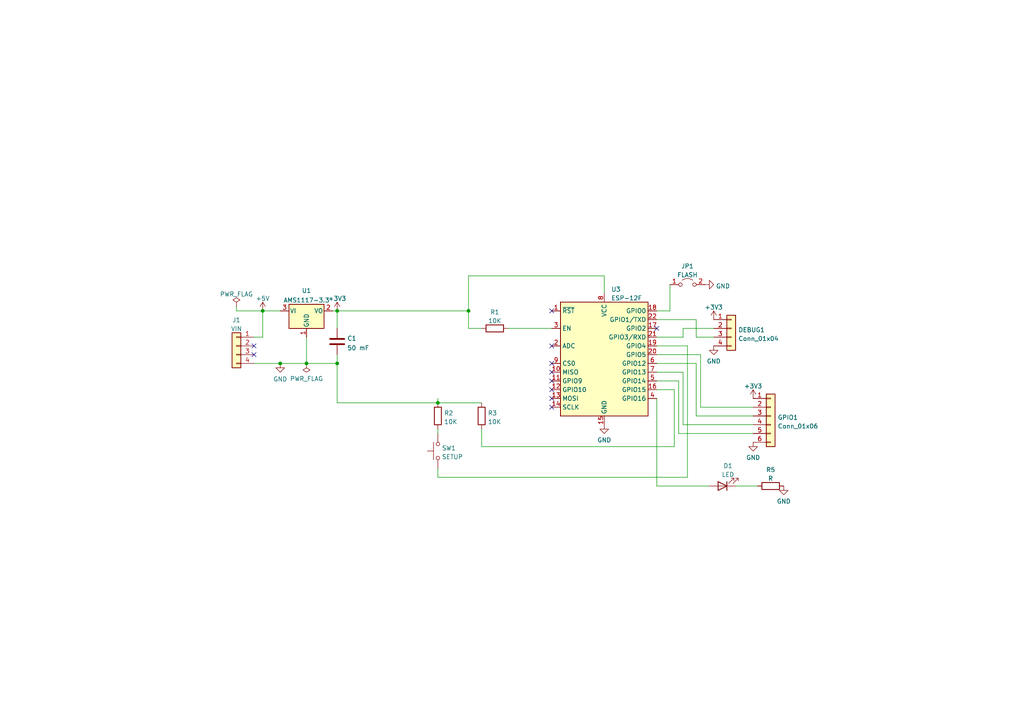
<source format=kicad_sch>
(kicad_sch (version 20231120) (generator "eeschema") (generator_version "8.0")
  (paper "A4")
  (lib_symbols
    (symbol "Connector_Generic:Conn_01x04" (pin_names (offset 1.016) hide)
      (property "Reference" "J" (at 0 5.08 0))
      (property "Value" "Conn_01x04" (at 0 -7.62 0))
      (symbol "Conn_01x04_1_1"
        (rectangle (start -1.27 -4.953) (end 0 -5.207) (stroke (width 0.1524)))
        (rectangle (start -1.27 -2.413) (end 0 -2.667) (stroke (width 0.1524)))
        (rectangle (start -1.27 0.127) (end 0 -0.127) (stroke (width 0.1524)))
        (rectangle (start -1.27 2.667) (end 0 2.413) (stroke (width 0.1524)))
        (rectangle (start -1.27 3.81) (end 1.27 -6.35) (stroke (width 0.254)) (fill (type background)))
        (pin passive line (at -5.08 2.54 0) (length 3.81) (name "Pin_1") (number "1"))
        (pin passive line (at -5.08 0 0) (length 3.81) (name "Pin_2") (number "2"))
        (pin passive line (at -5.08 -2.54 0) (length 3.81) (name "Pin_3") (number "3"))
        (pin passive line (at -5.08 -5.08 0) (length 3.81) (name "Pin_4") (number "4"))
      )
    )
    (symbol "Connector_Generic:Conn_01x06" (pin_names (offset 1.016) hide)
      (property "Reference" "J" (at 0 7.62 0))
      (property "Value" "Conn_01x06" (at 0 -10.16 0))
      (symbol "Conn_01x06_1_1"
        (rectangle (start -1.27 -7.493) (end 0 -7.747) (stroke (width 0.1524)))
        (rectangle (start -1.27 -4.953) (end 0 -5.207) (stroke (width 0.1524)))
        (rectangle (start -1.27 -2.413) (end 0 -2.667) (stroke (width 0.1524)))
        (rectangle (start -1.27 0.127) (end 0 -0.127) (stroke (width 0.1524)))
        (rectangle (start -1.27 2.667) (end 0 2.413) (stroke (width 0.1524)))
        (rectangle (start -1.27 5.207) (end 0 4.953) (stroke (width 0.1524)))
        (rectangle (start -1.27 6.35) (end 1.27 -8.89) (stroke (width 0.254)) (fill (type background)))
        (pin passive line (at -5.08 5.08 0) (length 3.81) (name "Pin_1") (number "1"))
        (pin passive line (at -5.08 2.54 0) (length 3.81) (name "Pin_2") (number "2"))
        (pin passive line (at -5.08 0 0) (length 3.81) (name "Pin_3") (number "3"))
        (pin passive line (at -5.08 -2.54 0) (length 3.81) (name "Pin_4") (number "4"))
        (pin passive line (at -5.08 -5.08 0) (length 3.81) (name "Pin_5") (number "5"))
        (pin passive line (at -5.08 -7.62 0) (length 3.81) (name "Pin_6") (number "6"))
      )
    )
    (symbol "Device:C" (pin_numbers hide) (pin_names (offset 0.254))
      (property "Reference" "C" (at 0.635 2.54 0))
      (property "Value" "C" (at 0.635 -2.54 0))
      (symbol "C_0_1"
        (polyline (pts (xy -2.032 -0.762) (xy 2.032 -0.762)) (stroke (width 0.508)))
        (polyline (pts (xy -2.032 0.762) (xy 2.032 0.762)) (stroke (width 0.508)))
      )
      (symbol "C_1_1"
        (pin passive line (at 0 3.81 270) (length 2.794) (name "~") (number "1"))
        (pin passive line (at 0 -3.81 90) (length 2.794) (name "~") (number "2"))
      )
    )
    (symbol "Device:LED" (pin_numbers hide) (pin_names (offset 1.016) hide)
      (property "Reference" "D" (at 0 2.54 0))
      (property "Value" "LED" (at 0 -2.54 0))
      (symbol "LED_0_1"
        (polyline (pts (xy -1.27 -1.27) (xy -1.27 1.27)) (stroke (width 0.254)))
        (polyline (pts (xy -1.27 0) (xy 1.27 0)))
        (polyline (pts (xy 1.27 -1.27) (xy 1.27 1.27) (xy -1.27 0) (xy 1.27 -1.27)) (stroke (width 0.254)))
        (polyline (pts (xy -3.048 -0.762) (xy -4.572 -2.286) (xy -3.81 -2.286) (xy -4.572 -2.286) (xy -4.572 -1.524)))
        (polyline (pts (xy -1.778 -0.762) (xy -3.302 -2.286) (xy -2.54 -2.286) (xy -3.302 -2.286) (xy -3.302 -1.524)))
      )
      (symbol "LED_1_1"
        (pin passive line (at -3.81 0 0) (length 2.54) (name "K") (number "1"))
        (pin passive line (at 3.81 0 180) (length 2.54) (name "A") (number "2"))
      )
    )
    (symbol "Device:R" (pin_numbers hide) (pin_names (offset 0))
      (property "Reference" "R" (at 2.032 0 90))
      (property "Value" "R" (at 0 0 90))
      (symbol "R_0_1"
        (rectangle (start -1.016 -2.54) (end 1.016 2.54) (stroke (width 0.254)))
      )
      (symbol "R_1_1"
        (pin passive line (at 0 3.81 270) (length 1.27) (name "~") (number "1"))
        (pin passive line (at 0 -3.81 90) (length 1.27) (name "~") (number "2"))
      )
    )
    (symbol "Jumper:Jumper_2_Open" (pin_names (offset 0) hide)
      (property "Reference" "JP" (at 0 2.794 0))
      (property "Value" "Jumper_2_Open" (at 0 -2.286 0))
      (symbol "Jumper_2_Open_0_0"
        (circle (center -2.032 0) (radius 0.508))
        (circle (center 2.032 0) (radius 0.508))
      )
      (symbol "Jumper_2_Open_0_1"
        (arc (start 1.524 1.27) (mid 0 1.778) (end -1.524 1.27))
      )
      (symbol "Jumper_2_Open_1_1"
        (pin passive line (at -5.08 0 0) (length 2.54) (name "A") (number "1"))
        (pin passive line (at 5.08 0 180) (length 2.54) (name "B") (number "2"))
      )
    )
    (symbol "RF_Module:ESP-12F"
      (property "Reference" "U" (at -12.7 19.05 0))
      (property "Value" "ESP-12F" (at 12.7 19.05 0))
      (symbol "ESP-12F_0_1"
        (rectangle (start -12.7 17.78) (end 12.7 -15.24) (stroke (width 0.254)) (fill (type background)))
      )
      (symbol "ESP-12F_1_1"
        (pin input line (at -15.24 15.24 0) (length 2.54) (name "~{RST}") (number "1"))
        (pin bidirectional line (at -15.24 -2.54 0) (length 2.54) (name "MISO") (number "10"))
        (pin bidirectional line (at -15.24 -5.08 0) (length 2.54) (name "GPIO9") (number "11"))
        (pin bidirectional line (at -15.24 -7.62 0) (length 2.54) (name "GPIO10") (number "12"))
        (pin bidirectional line (at -15.24 -10.16 0) (length 2.54) (name "MOSI") (number "13"))
        (pin bidirectional line (at -15.24 -12.7 0) (length 2.54) (name "SCLK") (number "14"))
        (pin power_in line (at 0 -17.78 90) (length 2.54) (name "GND") (number "15"))
        (pin bidirectional line (at 15.24 -7.62 180) (length 2.54) (name "GPIO15") (number "16"))
        (pin bidirectional line (at 15.24 10.16 180) (length 2.54) (name "GPIO2") (number "17"))
        (pin bidirectional line (at 15.24 15.24 180) (length 2.54) (name "GPIO0") (number "18"))
        (pin bidirectional line (at 15.24 5.08 180) (length 2.54) (name "GPIO4") (number "19"))
        (pin input line (at -15.24 5.08 0) (length 2.54) (name "ADC") (number "2"))
        (pin bidirectional line (at 15.24 2.54 180) (length 2.54) (name "GPIO5") (number "20"))
        (pin bidirectional line (at 15.24 7.62 180) (length 2.54) (name "GPIO3/RXD") (number "21"))
        (pin bidirectional line (at 15.24 12.7 180) (length 2.54) (name "GPIO1/TXD") (number "22"))
        (pin input line (at -15.24 10.16 0) (length 2.54) (name "EN") (number "3"))
        (pin bidirectional line (at 15.24 -10.16 180) (length 2.54) (name "GPIO16") (number "4"))
        (pin bidirectional line (at 15.24 -5.08 180) (length 2.54) (name "GPIO14") (number "5"))
        (pin bidirectional line (at 15.24 0 180) (length 2.54) (name "GPIO12") (number "6"))
        (pin bidirectional line (at 15.24 -2.54 180) (length 2.54) (name "GPIO13") (number "7"))
        (pin power_in line (at 0 20.32 270) (length 2.54) (name "VCC") (number "8"))
        (pin input line (at -15.24 0 0) (length 2.54) (name "CS0") (number "9"))
      )
    )
    (symbol "Regulator_Linear:AMS1117-3.3" (pin_names (offset 0.254))
      (property "Reference" "U" (at -3.81 3.175 0))
      (property "Value" "AMS1117-3.3" (at 0 3.175 0))
      (symbol "AMS1117-3.3_0_1"
        (rectangle (start -5.08 -5.08) (end 5.08 1.905) (stroke (width 0.254)) (fill (type background)))
      )
      (symbol "AMS1117-3.3_1_1"
        (pin power_in line (at 0 -7.62 90) (length 2.54) (name "GND") (number "1"))
        (pin power_out line (at 7.62 0 180) (length 2.54) (name "VO") (number "2"))
        (pin power_in line (at -7.62 0 0) (length 2.54) (name "VI") (number "3"))
      )
    )
    (symbol "Switch:SW_Push" (pin_numbers hide) (pin_names (offset 1.016) hide)
      (property "Reference" "SW" (at 1.27 2.54 0))
      (property "Value" "SW_Push" (at 0 -1.524 0))
      (symbol "SW_Push_0_1"
        (circle (center -2.032 0) (radius 0.508))
        (polyline (pts (xy 0 1.27) (xy 0 3.048)))
        (polyline (pts (xy 2.54 1.27) (xy -2.54 1.27)))
        (circle (center 2.032 0) (radius 0.508))
        (pin passive line (at -5.08 0 0) (length 2.54) (name "1") (number "1"))
        (pin passive line (at 5.08 0 180) (length 2.54) (name "2") (number "2"))
      )
    )
    (symbol "power:+3V3" (power) (pin_names (offset 0))
      (property "Value" "+3V3" (at 0 3.556 0))
      (symbol "+3V3_0_1"
        (polyline (pts (xy -0.762 1.27) (xy 0 2.54)))
        (polyline (pts (xy 0 0) (xy 0 2.54)))
        (polyline (pts (xy 0 2.54) (xy 0.762 1.27)))
      )
      (symbol "+3V3_1_1"
        (pin power_in line (at 0 0 90) (length 0) hide (name "+3V3") (number "1"))
      )
    )
    (symbol "power:+5V" (power) (pin_names (offset 0))
      (property "Value" "+5V" (at 0 3.556 0))
      (symbol "+5V_0_1"
        (polyline (pts (xy -0.762 1.27) (xy 0 2.54)))
        (polyline (pts (xy 0 0) (xy 0 2.54)))
        (polyline (pts (xy 0 2.54) (xy 0.762 1.27)))
      )
      (symbol "+5V_1_1"
        (pin power_in line (at 0 0 90) (length 0) hide (name "+5V") (number "1"))
      )
    )
    (symbol "power:GND" (power) (pin_names (offset 0))
      (property "Value" "GND" (at 0 -3.81 0))
      (symbol "GND_0_1"
        (polyline (pts (xy 0 0) (xy 0 -1.27) (xy 1.27 -1.27) (xy 0 -2.54) (xy -1.27 -1.27) (xy 0 -1.27)))
      )
      (symbol "GND_1_1"
        (pin power_in line (at 0 0 270) (length 0) hide (name "GND") (number "1"))
      )
    )
    (symbol "power:PWR_FLAG" (power) (pin_numbers hide) (pin_names (offset 0) hide)
      (property "Value" "PWR_FLAG" (at 0 3.81 0))
      (symbol "PWR_FLAG_0_0"
        (pin power_out line (at 0 0 90) (length 0) (name "pwr") (number "1"))
      )
      (symbol "PWR_FLAG_0_1"
        (polyline (pts (xy 0 0) (xy 0 1.27) (xy -1.016 1.905) (xy 0 2.54) (xy 1.016 1.905) (xy 0 1.27)))
      )
    )
  )
  (junction (at 97.79 105.41))
  (junction (at 81.28 105.41))
  (junction (at 88.9 105.41))
  (junction (at 135.89 90.17))
  (junction (at 97.79 90.17))
  (junction (at 76.2 90.17))
  (junction (at 127 116.84))
  (no_connect (at 160.02 100.33))
  (no_connect (at 160.02 90.17))
  (no_connect (at 160.02 113.03))
  (no_connect (at 160.02 107.95))
  (no_connect (at 190.5 95.25))
  (no_connect (at 160.02 115.57))
  (no_connect (at 160.02 118.11))
  (no_connect (at 73.66 102.87))
  (no_connect (at 160.02 110.49))
  (no_connect (at 160.02 105.41))
  (no_connect (at 73.66 100.33))
  (wire (pts (xy 139.7 124.46) (xy 139.7 129.54)))
  (wire (pts (xy 190.5 110.49) (xy 196.85 110.49)))
  (wire (pts (xy 190.5 107.95) (xy 198.12 107.95)))
  (wire (pts (xy 199.39 100.33) (xy 190.5 100.33)))
  (wire (pts (xy 213.36 140.97) (xy 219.71 140.97)))
  (wire (pts (xy 88.9 105.41) (xy 97.79 105.41)))
  (wire (pts (xy 190.5 140.97) (xy 205.74 140.97)))
  (wire (pts (xy 127 116.84) (xy 139.7 116.84)))
  (wire (pts (xy 190.5 113.03) (xy 195.58 113.03)))
  (wire (pts (xy 194.31 82.55) (xy 194.31 90.17)))
  (wire (pts (xy 207.01 95.25) (xy 198.12 95.25)))
  (wire (pts (xy 203.2 102.87) (xy 203.2 118.11)))
  (wire (pts (xy 96.52 90.17) (xy 97.79 90.17)))
  (wire (pts (xy 201.93 105.41) (xy 201.93 120.65)))
  (wire (pts (xy 201.93 120.65) (xy 218.44 120.65)))
  (wire (pts (xy 198.12 123.19) (xy 218.44 123.19)))
  (wire (pts (xy 175.26 80.01) (xy 135.89 80.01)))
  (wire (pts (xy 198.12 107.95) (xy 198.12 123.19)))
  (wire (pts (xy 68.58 88.9) (xy 68.58 90.17)))
  (wire (pts (xy 196.85 110.49) (xy 196.85 125.73)))
  (wire (pts (xy 198.12 97.79) (xy 190.5 97.79)))
  (wire (pts (xy 201.93 92.71) (xy 190.5 92.71)))
  (wire (pts (xy 194.31 90.17) (xy 190.5 90.17)))
  (wire (pts (xy 76.2 97.79) (xy 76.2 90.17)))
  (wire (pts (xy 73.66 105.41) (xy 81.28 105.41)))
  (wire (pts (xy 190.5 102.87) (xy 203.2 102.87)))
  (wire (pts (xy 76.2 90.17) (xy 81.28 90.17)))
  (wire (pts (xy 199.39 138.43) (xy 199.39 100.33)))
  (wire (pts (xy 203.2 118.11) (xy 218.44 118.11)))
  (wire (pts (xy 190.5 105.41) (xy 201.93 105.41)))
  (wire (pts (xy 97.79 95.25) (xy 97.79 90.17)))
  (wire (pts (xy 190.5 115.57) (xy 190.5 140.97)))
  (wire (pts (xy 195.58 113.03) (xy 195.58 129.54)))
  (wire (pts (xy 135.89 95.25) (xy 135.89 90.17)))
  (wire (pts (xy 88.9 97.79) (xy 88.9 105.41)))
  (wire (pts (xy 135.89 80.01) (xy 135.89 90.17)))
  (wire (pts (xy 97.79 90.17) (xy 135.89 90.17)))
  (wire (pts (xy 207.01 97.79) (xy 201.93 97.79)))
  (wire (pts (xy 127 135.89) (xy 127 138.43)))
  (wire (pts (xy 198.12 95.25) (xy 198.12 97.79)))
  (wire (pts (xy 68.58 90.17) (xy 76.2 90.17)))
  (wire (pts (xy 73.66 97.79) (xy 76.2 97.79)))
  (wire (pts (xy 147.32 95.25) (xy 160.02 95.25)))
  (wire (pts (xy 139.7 129.54) (xy 195.58 129.54)))
  (wire (pts (xy 97.79 105.41) (xy 97.79 116.84)))
  (wire (pts (xy 97.79 102.87) (xy 97.79 105.41)))
  (wire (pts (xy 127 138.43) (xy 199.39 138.43)))
  (wire (pts (xy 196.85 125.73) (xy 218.44 125.73)))
  (wire (pts (xy 127 124.46) (xy 127 125.73)))
  (wire (pts (xy 139.7 95.25) (xy 135.89 95.25)))
  (wire (pts (xy 127 115.57) (xy 127 116.84)))
  (wire (pts (xy 175.26 85.09) (xy 175.26 80.01)))
  (wire (pts (xy 97.79 116.84) (xy 127 116.84)))
  (wire (pts (xy 201.93 97.79) (xy 201.93 92.71)))
  (wire (pts (xy 81.28 105.41) (xy 88.9 105.41)))
  (symbol (lib_id "Connector_Generic:Conn_01x04") (at 68.58 100.33 0) (mirror y) (unit 1)
    (property "Reference" "J1" (at 68.58 92.8202 0))
    (property "Value" "VIN" (at 68.58 95.3571 0))
    (property "Footprint" "Connector_USB:USB_A_CNCTech_1001-011-01101_Horizontal" (effects (hide yes)))
  )
  (symbol (lib_id "power:+3V3") (at 218.44 115.57 0) (unit 1)
    (property "Reference" "#PWR0105" (effects (hide yes)))
    (property "Value" "+3V3" (at 218.44 111.9942 0))
  )
  (symbol (lib_id "power:PWR_FLAG") (at 68.58 88.9 0) (unit 1)
    (property "Reference" "#FLG0101" (effects (hide yes)))
    (property "Value" "PWR_FLAG" (at 68.58 85.3242 0))
  )
  (symbol (lib_id "Jumper:Jumper_2_Open") (at 199.39 82.55 0) (unit 1)
    (property "Reference" "JP1" (at 199.39 77.1992 0))
    (property "Value" "FLASH" (at 199.39 79.7361 0))
    (property "Footprint" "Connector_PinHeader_2.54mm:PinHeader_1x02_P2.54mm_Vertical" (effects (hide yes)))
  )
  (symbol (lib_id "Device:R") (at 127 120.65 0) (unit 1)
    (property "Reference" "R2" (at 128.778 119.8153 0) (effects (justify left)))
    (property "Value" "10K" (at 128.778 122.3522 0) (effects (justify left)))
    (property "Footprint" "Resistor_SMD:R_0805_2012Metric" (effects (hide yes)))
  )
  (symbol (lib_id "Device:R") (at 139.7 120.65 0) (unit 1)
    (property "Reference" "R3" (at 141.478 119.8153 0) (effects (justify left)))
    (property "Value" "10K" (at 141.478 122.3522 0) (effects (justify left)))
    (property "Footprint" "Resistor_SMD:R_0805_2012Metric" (effects (hide yes)))
  )
  (symbol (lib_id "Device:LED") (at 209.55 140.97 180) (unit 1)
    (property "Reference" "D1" (at 211.1375 135.1112 0))
    (property "Value" "LED" (at 211.1375 137.6481 0))
    (property "Footprint" "LED_THT:LED_D3.0mm" (effects (hide yes)))
  )
  (symbol (lib_id "power:GND") (at 204.47 82.55 90) (unit 1)
    (property "Reference" "#PWR0103" (effects (hide yes)))
    (property "Value" "GND" (at 207.645 82.9838 90) (effects (justify right)))
  )
  (symbol (lib_id "power:+5V") (at 76.2 90.17 0) (unit 1)
    (property "Reference" "#PWR01" (effects (hide yes)))
    (property "Value" "+5V" (at 76.2 86.5942 0))
  )
  (symbol (lib_id "Connector_Generic:Conn_01x04") (at 212.09 95.25 0) (unit 1)
    (property "Reference" "DEBUG1" (at 214.122 95.6853 0) (effects (justify left)))
    (property "Value" "Conn_01x04" (at 214.122 98.2222 0) (effects (justify left)))
    (property "Footprint" "Connector_PinHeader_2.54mm:PinHeader_1x04_P2.54mm_Vertical" (effects (hide yes)))
  )
  (symbol (lib_id "Device:R") (at 223.52 140.97 90) (unit 1)
    (property "Reference" "R5" (at 223.52 136.2542 90))
    (property "Value" "R" (at 223.52 138.7911 90))
    (property "Footprint" "Resistor_SMD:R_0805_2012Metric" (effects (hide yes)))
  )
  (symbol (lib_id "power:GND") (at 218.44 128.27 0) (unit 1)
    (property "Reference" "#PWR0107" (effects (hide yes)))
    (property "Value" "GND" (at 218.44 132.7134 0))
  )
  (symbol (lib_id "Connector_Generic:Conn_01x06") (at 223.52 120.65 0) (unit 1)
    (property "Reference" "GPIO1" (at 225.552 121.0853 0) (effects (justify left)))
    (property "Value" "Conn_01x06" (at 225.552 123.6222 0) (effects (justify left)))
    (property "Footprint" "Connector_PinHeader_2.54mm:PinHeader_1x06_P2.54mm_Vertical" (effects (hide yes)))
  )
  (symbol (lib_id "Regulator_Linear:AMS1117-3.3") (at 88.9 90.17 0) (unit 1)
    (property "Reference" "U1" (at 88.9 84.2985 0))
    (property "Value" "AMS1117-3.3" (at 88.9 87.0736 0))
    (property "Footprint" "Package_TO_SOT_THT:TO-262-3_Vertical" (effects (hide yes)))
    (property "Datasheet" "http://www.advanced-monolithic.com/pdf/ds1117.pdf" (effects (hide yes)))
  )
  (symbol (lib_id "power:GND") (at 81.28 105.41 0) (unit 1)
    (property "Reference" "#PWR02" (effects (hide yes)))
    (property "Value" "GND" (at 81.28 109.9725 0))
  )
  (symbol (lib_id "power:+3V3") (at 97.79 90.17 0) (unit 1)
    (property "Reference" "#PWR0104" (effects (hide yes)))
    (property "Value" "+3V3" (at 97.79 86.5942 0))
  )
  (symbol (lib_id "Device:R") (at 143.51 95.25 90) (unit 1)
    (property "Reference" "R1" (at 143.51 90.5342 90))
    (property "Value" "10K" (at 143.51 93.0711 90))
    (property "Footprint" "Resistor_SMD:R_0805_2012Metric" (effects (hide yes)))
  )
  (symbol (lib_id "power:PWR_FLAG") (at 88.9 105.41 180) (unit 1)
    (property "Reference" "#FLG0102" (effects (hide yes)))
    (property "Value" "PWR_FLAG" (at 88.9 109.8534 0))
  )
  (symbol (lib_id "Device:C") (at 97.79 99.06 0) (unit 1)
    (property "Reference" "C1" (at 100.711 98.1515 0) (effects (justify left)))
    (property "Value" "50 mF" (at 100.711 100.9266 0) (effects (justify left)))
    (property "Footprint" "Capacitor_THT:C_Disc_D5.0mm_W2.5mm_P5.00mm" (effects (hide yes)))
  )
  (symbol (lib_id "power:GND") (at 227.33 140.97 0) (unit 1)
    (property "Reference" "#PWR0108" (effects (hide yes)))
    (property "Value" "GND" (at 227.33 145.4134 0))
  )
  (symbol (lib_id "power:GND") (at 207.01 100.33 0) (unit 1)
    (property "Reference" "#PWR0102" (effects (hide yes)))
    (property "Value" "GND" (at 207.01 104.7734 0))
  )
  (symbol (lib_id "Switch:SW_Push") (at 127 130.81 90) (unit 1)
    (property "Reference" "SW1" (at 128.143 129.9753 90) (effects (justify right)))
    (property "Value" "SETUP" (at 128.143 132.5122 90) (effects (justify right)))
    (property "Footprint" "Button_Switch_THT:SW_PUSH_6mm" (effects (hide yes)))
  )
  (symbol (lib_id "RF_Module:ESP-12F") (at 175.26 105.41 0) (unit 1)
    (property "Reference" "U3" (at 177.2794 83.9302 0) (effects (justify left)))
    (property "Value" "ESP-12F" (at 177.2794 86.4671 0) (effects (justify left)))
    (property "Footprint" "Library:ESP-12E" (effects (hide yes)))
    (property "Datasheet" "http://wiki.ai-thinker.com/_media/esp8266/esp8266_series_modules_user_manual_v1.1.pdf" (effects (hide yes)))
  )
  (symbol (lib_id "power:GND") (at 175.26 123.19 0) (unit 1)
    (property "Reference" "#PWR0101" (effects (hide yes)))
    (property "Value" "GND" (at 175.26 127.6334 0))
  )
  (symbol (lib_id "power:+3V3") (at 207.01 92.71 0) (unit 1)
    (property "Reference" "#PWR0106" (effects (hide yes)))
    (property "Value" "+3V3" (at 207.01 89.1342 0))
  )
)
</source>
